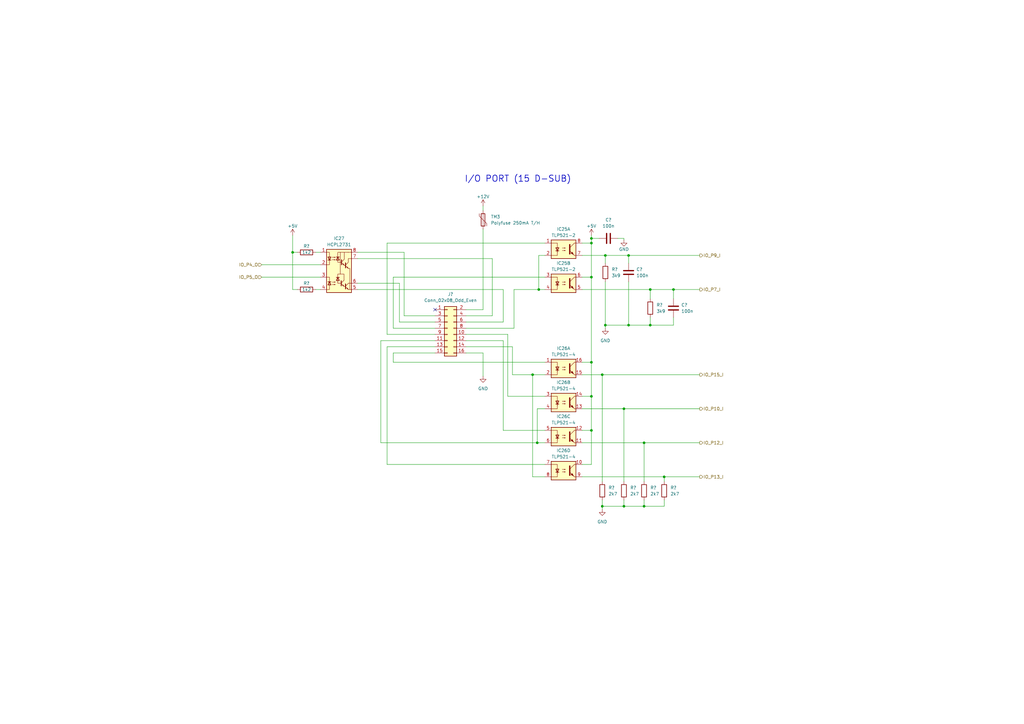
<source format=kicad_sch>
(kicad_sch (version 20211123) (generator eeschema)
  (paper "A3")
  (title_block (title "Datatrak Locator Mk.2 - 15-pin I/O port"))
  (lib_symbols
    (symbol "Connector_Generic:Conn_02x08_Odd_Even" (pin_names (offset 1.016) hide)
      (property "Reference" "J" (at 1.27 10.16 0))
      (property "Value" "Conn_02x08_Odd_Even" (at 1.27 -12.7 0))
      (symbol "Conn_02x08_Odd_Even_1_1"
        (rectangle (start -1.27 -10.033) (end 0 -10.287) (stroke (width 0.1524)))
        (rectangle (start -1.27 -7.493) (end 0 -7.747) (stroke (width 0.1524)))
        (rectangle (start -1.27 -4.953) (end 0 -5.207) (stroke (width 0.1524)))
        (rectangle (start -1.27 -2.413) (end 0 -2.667) (stroke (width 0.1524)))
        (rectangle (start -1.27 0.127) (end 0 -0.127) (stroke (width 0.1524)))
        (rectangle (start -1.27 2.667) (end 0 2.413) (stroke (width 0.1524)))
        (rectangle (start -1.27 5.207) (end 0 4.953) (stroke (width 0.1524)))
        (rectangle (start -1.27 7.747) (end 0 7.493) (stroke (width 0.1524)))
        (rectangle (start -1.27 8.89) (end 3.81 -11.43) (stroke (width 0.254)) (fill (type background)))
        (rectangle (start 3.81 -10.033) (end 2.54 -10.287) (stroke (width 0.1524)))
        (rectangle (start 3.81 -7.493) (end 2.54 -7.747) (stroke (width 0.1524)))
        (rectangle (start 3.81 -4.953) (end 2.54 -5.207) (stroke (width 0.1524)))
        (rectangle (start 3.81 -2.413) (end 2.54 -2.667) (stroke (width 0.1524)))
        (rectangle (start 3.81 0.127) (end 2.54 -0.127) (stroke (width 0.1524)))
        (rectangle (start 3.81 2.667) (end 2.54 2.413) (stroke (width 0.1524)))
        (rectangle (start 3.81 5.207) (end 2.54 4.953) (stroke (width 0.1524)))
        (rectangle (start 3.81 7.747) (end 2.54 7.493) (stroke (width 0.1524)))
        (pin passive line (at -5.08 7.62 0) (length 3.81) (name "Pin_1") (number "1"))
        (pin passive line (at 7.62 -2.54 180) (length 3.81) (name "Pin_10") (number "10"))
        (pin passive line (at -5.08 -5.08 0) (length 3.81) (name "Pin_11") (number "11"))
        (pin passive line (at 7.62 -5.08 180) (length 3.81) (name "Pin_12") (number "12"))
        (pin passive line (at -5.08 -7.62 0) (length 3.81) (name "Pin_13") (number "13"))
        (pin passive line (at 7.62 -7.62 180) (length 3.81) (name "Pin_14") (number "14"))
        (pin passive line (at -5.08 -10.16 0) (length 3.81) (name "Pin_15") (number "15"))
        (pin passive line (at 7.62 -10.16 180) (length 3.81) (name "Pin_16") (number "16"))
        (pin passive line (at 7.62 7.62 180) (length 3.81) (name "Pin_2") (number "2"))
        (pin passive line (at -5.08 5.08 0) (length 3.81) (name "Pin_3") (number "3"))
        (pin passive line (at 7.62 5.08 180) (length 3.81) (name "Pin_4") (number "4"))
        (pin passive line (at -5.08 2.54 0) (length 3.81) (name "Pin_5") (number "5"))
        (pin passive line (at 7.62 2.54 180) (length 3.81) (name "Pin_6") (number "6"))
        (pin passive line (at -5.08 0 0) (length 3.81) (name "Pin_7") (number "7"))
        (pin passive line (at 7.62 0 180) (length 3.81) (name "Pin_8") (number "8"))
        (pin passive line (at -5.08 -2.54 0) (length 3.81) (name "Pin_9") (number "9"))
      )
    )
    (symbol "Device:C" (pin_numbers hide) (pin_names (offset 0.254))
      (property "Reference" "C" (at 0.635 2.54 0))
      (property "Value" "C" (at 0.635 -2.54 0))
      (symbol "C_0_1"
        (polyline (pts (xy -2.032 -0.762) (xy 2.032 -0.762)) (stroke (width 0.508)))
        (polyline (pts (xy -2.032 0.762) (xy 2.032 0.762)) (stroke (width 0.508)))
      )
      (symbol "C_1_1"
        (pin passive line (at 0 3.81 270) (length 2.794) (name "~") (number "1"))
        (pin passive line (at 0 -3.81 90) (length 2.794) (name "~") (number "2"))
      )
    )
    (symbol "Device:Polyfuse" (pin_numbers hide) (pin_names (offset 0))
      (property "Reference" "F" (at -2.54 0 90))
      (property "Value" "Polyfuse" (at 2.54 0 90))
      (symbol "Polyfuse_0_1"
        (rectangle (start -0.762 2.54) (end 0.762 -2.54) (stroke (width 0.254)))
        (polyline (pts (xy 0 2.54) (xy 0 -2.54)))
        (polyline (pts (xy -1.524 2.54) (xy -1.524 1.524) (xy 1.524 -1.524) (xy 1.524 -2.54)))
      )
      (symbol "Polyfuse_1_1"
        (pin passive line (at 0 3.81 270) (length 1.27) (name "~") (number "1"))
        (pin passive line (at 0 -3.81 90) (length 1.27) (name "~") (number "2"))
      )
    )
    (symbol "Device:R" (pin_numbers hide) (pin_names (offset 0))
      (property "Reference" "R" (at 2.032 0 90))
      (property "Value" "R" (at 0 0 90))
      (symbol "R_0_1"
        (rectangle (start -1.016 -2.54) (end 1.016 2.54) (stroke (width 0.254)))
      )
      (symbol "R_1_1"
        (pin passive line (at 0 3.81 270) (length 1.27) (name "~") (number "1"))
        (pin passive line (at 0 -3.81 90) (length 1.27) (name "~") (number "2"))
      )
    )
    (symbol "Isolator:HCPL2731" (pin_names (offset 0.762) hide)
      (property "Reference" "U" (at -5.08 10.16 0))
      (property "Value" "HCPL2731" (at -5.08 -10.16 0))
      (symbol "HCPL2731_0_1"
        (rectangle (start -5.08 8.89) (end 5.08 -8.89) (stroke (width 0.254)) (fill (type background)))
        (polyline (pts (xy -4.572 -4.445) (xy -3.302 -4.445)) (stroke (width 0.254)))
        (polyline (pts (xy -4.572 4.445) (xy -3.302 4.445)) (stroke (width 0.254)))
        (polyline (pts (xy -0.508 -4.572) (xy -0.508 -3.937)))
        (polyline (pts (xy 0.127 -2.667) (xy -1.143 -2.667)) (stroke (width 0.254)))
        (polyline (pts (xy 0.127 5.715) (xy -1.143 5.715)) (stroke (width 0.254)))
        (polyline (pts (xy 0.889 -5.207) (xy 2.032 -6.35)))
        (polyline (pts (xy 0.889 -4.953) (xy 2.032 -3.81)))
        (polyline (pts (xy 1.016 3.429) (xy 2.159 2.286)))
        (polyline (pts (xy 1.016 3.683) (xy 2.159 4.826)))
        (polyline (pts (xy 2.032 -6.35) (xy 2.54 -6.35)))
        (polyline (pts (xy 2.159 2.286) (xy 2.667 2.286)))
        (polyline (pts (xy 2.159 4.826) (xy 2.159 6.096)))
        (polyline (pts (xy 2.159 6.096) (xy 2.159 7.62)))
        (polyline (pts (xy 2.667 -6.477) (xy 3.81 -7.62)))
        (polyline (pts (xy 2.667 -6.223) (xy 3.81 -5.08)))
        (polyline (pts (xy 2.667 2.159) (xy 3.81 1.016)))
        (polyline (pts (xy 2.667 2.413) (xy 3.81 3.556)))
        (polyline (pts (xy 3.683 7.62) (xy 5.08 7.62)))
        (polyline (pts (xy 3.81 -7.62) (xy 5.08 -7.62)))
        (polyline (pts (xy 3.81 -5.08) (xy 5.08 -5.08)))
        (polyline (pts (xy 3.81 1.016) (xy 4.445 1.016)))
        (polyline (pts (xy 4.445 -7.62) (xy 4.445 1.016)))
        (polyline (pts (xy -0.508 -4.572) (xy -0.508 -5.08) (xy 0.762 -5.08)))
        (polyline (pts (xy -0.508 4.445) (xy -0.508 7.62) (xy 3.81 7.62)))
        (polyline (pts (xy -0.508 4.572) (xy -0.508 3.556) (xy 1.016 3.556)))
        (polyline (pts (xy 0.508 -1.27) (xy 2.032 -1.27) (xy 2.032 -3.81)))
        (polyline (pts (xy 0.889 -4.064) (xy 0.889 -6.096) (xy 0.889 -6.096)) (stroke (width 0.3556)))
        (polyline (pts (xy 1.016 4.572) (xy 1.016 2.54) (xy 1.016 2.54)) (stroke (width 0.3556)))
        (polyline (pts (xy 2.667 -5.334) (xy 2.667 -7.366) (xy 2.667 -7.366)) (stroke (width 0.3556)))
        (polyline (pts (xy 2.667 3.302) (xy 2.667 1.27) (xy 2.667 1.27)) (stroke (width 0.3556)))
        (polyline (pts (xy 3.81 3.683) (xy 3.81 5.08) (xy 5.08 5.08)))
        (polyline (pts (xy -5.08 -2.54) (xy -3.937 -2.54) (xy -3.937 -7.62) (xy -5.08 -7.62)))
        (polyline (pts (xy -5.08 7.62) (xy -3.937 7.62) (xy -3.937 2.54) (xy -5.08 2.54)))
        (polyline (pts (xy -3.937 -4.445) (xy -4.572 -5.715) (xy -3.302 -5.715) (xy -3.937 -4.445)) (stroke (width 0.254)))
        (polyline (pts (xy -3.937 4.445) (xy -4.572 5.715) (xy -3.302 5.715) (xy -3.937 4.445)) (stroke (width 0.254)))
        (polyline (pts (xy -0.508 -3.937) (xy -0.508 -1.27) (xy 0.508 -1.27) (xy 0.508 7.62)))
        (polyline (pts (xy -0.508 -2.667) (xy 0.127 -3.937) (xy -1.143 -3.937) (xy -0.508 -2.667)) (stroke (width 0.254)))
        (polyline (pts (xy -0.508 5.715) (xy 0.127 4.445) (xy -1.143 4.445) (xy -0.508 5.715)) (stroke (width 0.254)))
        (polyline (pts (xy 1.905 -6.223) (xy 1.651 -5.715) (xy 1.397 -5.969) (xy 1.905 -6.223)))
        (polyline (pts (xy 2.032 2.413) (xy 1.778 2.921) (xy 1.524 2.667) (xy 2.032 2.413)))
        (polyline (pts (xy 3.683 -7.493) (xy 3.429 -6.985) (xy 3.175 -7.239) (xy 3.683 -7.493)))
        (polyline (pts (xy 3.683 1.143) (xy 3.429 1.651) (xy 3.175 1.397) (xy 3.683 1.143)))
        (polyline (pts (xy -2.794 -5.588) (xy -1.524 -5.588) (xy -1.905 -5.715) (xy -1.905 -5.461) (xy -1.524 -5.588)))
        (polyline (pts (xy -2.794 -4.572) (xy -1.524 -4.572) (xy -1.905 -4.699) (xy -1.905 -4.445) (xy -1.524 -4.572)))
        (polyline (pts (xy -2.794 4.572) (xy -1.524 4.572) (xy -1.905 4.445) (xy -1.905 4.699) (xy -1.524 4.572)))
        (polyline (pts (xy -2.794 5.588) (xy -1.524 5.588) (xy -1.905 5.461) (xy -1.905 5.715) (xy -1.524 5.588)))
      )
      (symbol "HCPL2731_1_1"
        (pin passive line (at -7.62 7.62 0) (length 2.54) (name "A1") (number "1"))
        (pin passive line (at -7.62 2.54 0) (length 2.54) (name "C1") (number "2"))
        (pin passive line (at -7.62 -2.54 0) (length 2.54) (name "C2") (number "3"))
        (pin passive line (at -7.62 -7.62 0) (length 2.54) (name "A2") (number "4"))
        (pin passive line (at 7.62 -7.62 180) (length 2.54) (name "GND") (number "5"))
        (pin passive line (at 7.62 -5.08 180) (length 2.54) (name "VO2") (number "6"))
        (pin passive line (at 7.62 5.08 180) (length 2.54) (name "VO1") (number "7"))
        (pin passive line (at 7.62 7.62 180) (length 2.54) (name "VCC") (number "8"))
      )
    )
    (symbol "Isolator:PC827" (pin_names (offset 1.016))
      (property "Reference" "U" (at -5.08 5.08 0))
      (property "Value" "PC827" (at 0 5.08 0))
      (symbol "PC827_0_1"
        (rectangle (start -5.08 3.81) (end 5.08 -3.81) (stroke (width 0.254)) (fill (type background)))
        (polyline (pts (xy -3.175 -0.635) (xy -1.905 -0.635)) (stroke (width 0.254)))
        (polyline (pts (xy 2.54 0.635) (xy 4.445 2.54)))
        (polyline (pts (xy 4.445 -2.54) (xy 2.54 -0.635)) (fill (type outline)))
        (polyline (pts (xy 4.445 -2.54) (xy 5.08 -2.54)))
        (polyline (pts (xy 4.445 2.54) (xy 5.08 2.54)))
        (polyline (pts (xy -2.54 -0.635) (xy -2.54 -2.54) (xy -5.08 -2.54)))
        (polyline (pts (xy 2.54 1.905) (xy 2.54 -1.905) (xy 2.54 -1.905)) (stroke (width 0.508)))
        (polyline (pts (xy -5.08 2.54) (xy -2.54 2.54) (xy -2.54 -1.27) (xy -2.54 0.635)))
        (polyline (pts (xy -2.54 -0.635) (xy -3.175 0.635) (xy -1.905 0.635) (xy -2.54 -0.635)) (stroke (width 0.254)))
        (polyline (pts (xy -0.508 -0.508) (xy 0.762 -0.508) (xy 0.381 -0.635) (xy 0.381 -0.381) (xy 0.762 -0.508)))
        (polyline (pts (xy -0.508 0.508) (xy 0.762 0.508) (xy 0.381 0.381) (xy 0.381 0.635) (xy 0.762 0.508)))
        (polyline (pts (xy 3.048 -1.651) (xy 3.556 -1.143) (xy 4.064 -2.159) (xy 3.048 -1.651) (xy 3.048 -1.651)) (fill (type outline)))
      )
      (symbol "PC827_1_1"
        (pin passive line (at -7.62 2.54 0) (length 2.54) (name "~") (number "1"))
        (pin passive line (at -7.62 -2.54 0) (length 2.54) (name "~") (number "2"))
        (pin passive line (at 7.62 -2.54 180) (length 2.54) (name "~") (number "7"))
        (pin passive line (at 7.62 2.54 180) (length 2.54) (name "~") (number "8"))
      )
      (symbol "PC827_2_1"
        (pin passive line (at -7.62 2.54 0) (length 2.54) (name "~") (number "3"))
        (pin passive line (at -7.62 -2.54 0) (length 2.54) (name "~") (number "4"))
        (pin passive line (at 7.62 -2.54 180) (length 2.54) (name "~") (number "5"))
        (pin passive line (at 7.62 2.54 180) (length 2.54) (name "~") (number "6"))
      )
    )
    (symbol "Isolator:PC847" (pin_names (offset 1.016))
      (property "Reference" "U" (at -5.08 5.08 0))
      (property "Value" "PC847" (at 0 5.08 0))
      (symbol "PC847_0_1"
        (rectangle (start -5.08 3.81) (end 5.08 -3.81) (stroke (width 0.254)) (fill (type background)))
        (polyline (pts (xy -3.175 -0.635) (xy -1.905 -0.635)) (stroke (width 0.254)))
        (polyline (pts (xy 2.54 0.635) (xy 4.445 2.54)))
        (polyline (pts (xy 4.445 -2.54) (xy 2.54 -0.635)) (fill (type outline)))
        (polyline (pts (xy 4.445 -2.54) (xy 5.08 -2.54)))
        (polyline (pts (xy 4.445 2.54) (xy 5.08 2.54)))
        (polyline (pts (xy -2.54 -0.635) (xy -2.54 -2.54) (xy -5.08 -2.54)))
        (polyline (pts (xy 2.54 1.905) (xy 2.54 -1.905) (xy 2.54 -1.905)) (stroke (width 0.508)))
        (polyline (pts (xy -5.08 2.54) (xy -2.54 2.54) (xy -2.54 -1.27) (xy -2.54 0.635)))
        (polyline (pts (xy -2.54 -0.635) (xy -3.175 0.635) (xy -1.905 0.635) (xy -2.54 -0.635)) (stroke (width 0.254)))
        (polyline (pts (xy -0.508 -0.508) (xy 0.762 -0.508) (xy 0.381 -0.635) (xy 0.381 -0.381) (xy 0.762 -0.508)))
        (polyline (pts (xy -0.508 0.508) (xy 0.762 0.508) (xy 0.381 0.381) (xy 0.381 0.635) (xy 0.762 0.508)))
        (polyline (pts (xy 3.048 -1.651) (xy 3.556 -1.143) (xy 4.064 -2.159) (xy 3.048 -1.651) (xy 3.048 -1.651)) (fill (type outline)))
      )
      (symbol "PC847_1_1"
        (pin passive line (at -7.62 2.54 0) (length 2.54) (name "~") (number "1"))
        (pin passive line (at 7.62 -2.54 180) (length 2.54) (name "~") (number "15"))
        (pin passive line (at 7.62 2.54 180) (length 2.54) (name "~") (number "16"))
        (pin passive line (at -7.62 -2.54 0) (length 2.54) (name "~") (number "2"))
      )
      (symbol "PC847_2_1"
        (pin passive line (at 7.62 -2.54 180) (length 2.54) (name "~") (number "13"))
        (pin passive line (at 7.62 2.54 180) (length 2.54) (name "~") (number "14"))
        (pin passive line (at -7.62 2.54 0) (length 2.54) (name "~") (number "3"))
        (pin passive line (at -7.62 -2.54 0) (length 2.54) (name "~") (number "4"))
      )
      (symbol "PC847_3_1"
        (pin passive line (at 7.62 -2.54 180) (length 2.54) (name "~") (number "11"))
        (pin passive line (at 7.62 2.54 180) (length 2.54) (name "~") (number "12"))
        (pin passive line (at -7.62 2.54 0) (length 2.54) (name "~") (number "5"))
        (pin passive line (at -7.62 -2.54 0) (length 2.54) (name "~") (number "6"))
      )
      (symbol "PC847_4_1"
        (pin passive line (at 7.62 2.54 180) (length 2.54) (name "~") (number "10"))
        (pin passive line (at -7.62 2.54 0) (length 2.54) (name "~") (number "7"))
        (pin passive line (at -7.62 -2.54 0) (length 2.54) (name "~") (number "8"))
        (pin passive line (at 7.62 -2.54 180) (length 2.54) (name "~") (number "9"))
      )
    )
    (symbol "power:+12V" (power) (pin_names (offset 0))
      (property "Value" "+12V" (at 0 3.556 0))
      (symbol "+12V_0_1"
        (polyline (pts (xy -0.762 1.27) (xy 0 2.54)))
        (polyline (pts (xy 0 0) (xy 0 2.54)))
        (polyline (pts (xy 0 2.54) (xy 0.762 1.27)))
      )
      (symbol "+12V_1_1"
        (pin power_in line (at 0 0 90) (length 0) hide (name "+12V") (number "1"))
      )
    )
    (symbol "power:+5V" (power) (pin_names (offset 0))
      (property "Value" "+5V" (at 0 3.556 0))
      (symbol "+5V_0_1"
        (polyline (pts (xy -0.762 1.27) (xy 0 2.54)))
        (polyline (pts (xy 0 0) (xy 0 2.54)))
        (polyline (pts (xy 0 2.54) (xy 0.762 1.27)))
      )
      (symbol "+5V_1_1"
        (pin power_in line (at 0 0 90) (length 0) hide (name "+5V") (number "1"))
      )
    )
    (symbol "power:GND" (power) (pin_names (offset 0))
      (property "Value" "GND" (at 0 -3.81 0))
      (symbol "GND_0_1"
        (polyline (pts (xy 0 0) (xy 0 -1.27) (xy 1.27 -1.27) (xy 0 -2.54) (xy -1.27 -1.27) (xy 0 -1.27)))
      )
      (symbol "GND_1_1"
        (pin power_in line (at 0 0 270) (length 0) hide (name "GND") (number "1"))
      )
    )
  )
  (junction (at 248.285 133.35))
  (junction (at 257.81 133.35))
  (junction (at 242.57 113.665))
  (junction (at 255.905 207.645))
  (junction (at 242.57 148.59))
  (junction (at 266.7 118.745))
  (junction (at 257.81 104.775))
  (junction (at 264.16 181.61))
  (junction (at 264.16 207.645))
  (junction (at 242.57 162.56))
  (junction (at 255.905 167.64))
  (junction (at 120.015 103.505))
  (junction (at 276.225 118.745))
  (junction (at 220.345 181.61))
  (junction (at 272.415 195.58))
  (junction (at 247.015 207.645))
  (junction (at 242.57 99.695))
  (junction (at 220.98 118.745))
  (junction (at 242.57 176.53))
  (junction (at 266.7 133.35))
  (junction (at 242.57 97.79))
  (junction (at 248.285 104.775))
  (junction (at 218.44 153.67))
  (junction (at 247.015 153.67))
  (no_connect (at 178.435 127))
  (wire (pts (xy 220.345 167.64) (xy 220.345 181.61)))
  (wire (pts (xy 223.52 162.56) (xy 208.28 162.56)))
  (wire (pts (xy 156.21 139.7) (xy 156.21 181.61)))
  (wire (pts (xy 238.76 104.775) (xy 248.285 104.775)))
  (wire (pts (xy 218.44 153.67) (xy 223.52 153.67)))
  (wire (pts (xy 120.015 96.52) (xy 120.015 103.505)))
  (wire (pts (xy 266.7 133.35) (xy 276.225 133.35)))
  (wire (pts (xy 191.135 134.62) (xy 210.82 134.62)))
  (wire (pts (xy 218.44 195.58) (xy 218.44 153.67)))
  (wire (pts (xy 161.29 148.59) (xy 161.29 144.78)))
  (wire (pts (xy 255.905 207.645) (xy 247.015 207.645)))
  (wire (pts (xy 210.185 153.67) (xy 210.185 142.24)))
  (wire (pts (xy 255.905 167.64) (xy 287.02 167.64)))
  (wire (pts (xy 242.57 162.56) (xy 238.76 162.56)))
  (wire (pts (xy 129.54 118.745) (xy 131.445 118.745)))
  (wire (pts (xy 191.135 127) (xy 198.12 127)))
  (wire (pts (xy 146.685 106.045) (xy 201.93 106.045)))
  (wire (pts (xy 242.57 97.79) (xy 245.745 97.79)))
  (wire (pts (xy 242.57 176.53) (xy 242.57 162.56)))
  (wire (pts (xy 158.75 190.5) (xy 158.75 142.24)))
  (wire (pts (xy 223.52 118.745) (xy 220.98 118.745)))
  (wire (pts (xy 255.905 197.485) (xy 255.905 167.64)))
  (wire (pts (xy 266.7 133.35) (xy 266.7 130.175)))
  (wire (pts (xy 242.57 96.52) (xy 242.57 97.79)))
  (wire (pts (xy 247.015 197.485) (xy 247.015 153.67)))
  (wire (pts (xy 257.81 104.775) (xy 257.81 107.95)))
  (wire (pts (xy 242.57 97.79) (xy 242.57 99.695)))
  (wire (pts (xy 120.015 118.745) (xy 121.92 118.745)))
  (wire (pts (xy 242.57 99.695) (xy 238.76 99.695)))
  (wire (pts (xy 238.76 190.5) (xy 242.57 190.5)))
  (wire (pts (xy 247.015 153.67) (xy 238.76 153.67)))
  (wire (pts (xy 264.16 181.61) (xy 287.02 181.61)))
  (wire (pts (xy 208.28 162.56) (xy 208.28 137.16)))
  (wire (pts (xy 146.685 118.745) (xy 206.375 118.745)))
  (wire (pts (xy 161.29 113.665) (xy 161.29 134.62)))
  (wire (pts (xy 264.16 207.645) (xy 255.905 207.645)))
  (wire (pts (xy 242.57 148.59) (xy 238.76 148.59)))
  (wire (pts (xy 242.57 190.5) (xy 242.57 176.53)))
  (wire (pts (xy 165.735 129.54) (xy 165.735 103.505)))
  (wire (pts (xy 242.57 176.53) (xy 238.76 176.53)))
  (wire (pts (xy 247.015 207.645) (xy 247.015 208.915)))
  (wire (pts (xy 223.52 167.64) (xy 220.345 167.64)))
  (wire (pts (xy 206.375 118.745) (xy 206.375 132.08)))
  (wire (pts (xy 248.285 133.35) (xy 248.285 134.62)))
  (wire (pts (xy 242.57 113.665) (xy 242.57 148.59)))
  (wire (pts (xy 220.345 181.61) (xy 223.52 181.61)))
  (wire (pts (xy 242.57 162.56) (xy 242.57 148.59)))
  (wire (pts (xy 210.82 134.62) (xy 210.82 118.745)))
  (wire (pts (xy 210.185 142.24) (xy 191.135 142.24)))
  (wire (pts (xy 247.015 153.67) (xy 287.02 153.67)))
  (wire (pts (xy 158.75 99.695) (xy 158.75 137.16)))
  (wire (pts (xy 272.415 205.105) (xy 272.415 207.645)))
  (wire (pts (xy 220.98 118.745) (xy 220.98 104.775)))
  (wire (pts (xy 253.365 97.79) (xy 255.905 97.79)))
  (wire (pts (xy 238.76 118.745) (xy 266.7 118.745)))
  (wire (pts (xy 238.76 195.58) (xy 272.415 195.58)))
  (wire (pts (xy 257.81 133.35) (xy 266.7 133.35)))
  (wire (pts (xy 223.52 148.59) (xy 161.29 148.59)))
  (wire (pts (xy 223.52 190.5) (xy 158.75 190.5)))
  (wire (pts (xy 264.16 197.485) (xy 264.16 181.61)))
  (wire (pts (xy 107.315 113.665) (xy 131.445 113.665)))
  (wire (pts (xy 266.7 118.745) (xy 266.7 122.555)))
  (wire (pts (xy 248.285 104.775) (xy 257.81 104.775)))
  (wire (pts (xy 161.29 134.62) (xy 178.435 134.62)))
  (wire (pts (xy 206.375 132.08) (xy 191.135 132.08)))
  (wire (pts (xy 220.98 118.745) (xy 210.82 118.745)))
  (wire (pts (xy 264.16 181.61) (xy 238.76 181.61)))
  (wire (pts (xy 210.185 153.67) (xy 218.44 153.67)))
  (wire (pts (xy 208.28 137.16) (xy 191.135 137.16)))
  (wire (pts (xy 276.225 118.745) (xy 276.225 122.555)))
  (wire (pts (xy 272.415 207.645) (xy 264.16 207.645)))
  (wire (pts (xy 163.83 116.205) (xy 163.83 132.08)))
  (wire (pts (xy 161.29 144.78) (xy 178.435 144.78)))
  (wire (pts (xy 146.685 116.205) (xy 163.83 116.205)))
  (wire (pts (xy 129.54 103.505) (xy 131.445 103.505)))
  (wire (pts (xy 238.76 113.665) (xy 242.57 113.665)))
  (wire (pts (xy 220.98 104.775) (xy 223.52 104.775)))
  (wire (pts (xy 156.21 181.61) (xy 220.345 181.61)))
  (wire (pts (xy 223.52 113.665) (xy 161.29 113.665)))
  (wire (pts (xy 120.015 103.505) (xy 121.92 103.505)))
  (wire (pts (xy 165.735 103.505) (xy 146.685 103.505)))
  (wire (pts (xy 158.75 142.24) (xy 178.435 142.24)))
  (wire (pts (xy 255.905 97.79) (xy 255.905 98.425)))
  (wire (pts (xy 248.285 133.35) (xy 257.81 133.35)))
  (wire (pts (xy 223.52 176.53) (xy 206.375 176.53)))
  (wire (pts (xy 248.285 115.57) (xy 248.285 133.35)))
  (wire (pts (xy 178.435 129.54) (xy 165.735 129.54)))
  (wire (pts (xy 206.375 176.53) (xy 206.375 139.7)))
  (wire (pts (xy 201.93 129.54) (xy 191.135 129.54)))
  (wire (pts (xy 276.225 133.35) (xy 276.225 130.175)))
  (wire (pts (xy 198.12 93.98) (xy 198.12 127)))
  (wire (pts (xy 242.57 113.665) (xy 242.57 99.695)))
  (wire (pts (xy 264.16 205.105) (xy 264.16 207.645)))
  (wire (pts (xy 272.415 197.485) (xy 272.415 195.58)))
  (wire (pts (xy 107.315 108.585) (xy 131.445 108.585)))
  (wire (pts (xy 255.905 167.64) (xy 238.76 167.64)))
  (wire (pts (xy 247.015 205.105) (xy 247.015 207.645)))
  (wire (pts (xy 255.905 205.105) (xy 255.905 207.645)))
  (wire (pts (xy 266.7 118.745) (xy 276.225 118.745)))
  (wire (pts (xy 223.52 195.58) (xy 218.44 195.58)))
  (wire (pts (xy 272.415 195.58) (xy 287.02 195.58)))
  (wire (pts (xy 223.52 99.695) (xy 158.75 99.695)))
  (wire (pts (xy 248.285 104.775) (xy 248.285 107.95)))
  (wire (pts (xy 163.83 132.08) (xy 178.435 132.08)))
  (wire (pts (xy 206.375 139.7) (xy 191.135 139.7)))
  (wire (pts (xy 178.435 139.7) (xy 156.21 139.7)))
  (wire (pts (xy 198.12 144.78) (xy 191.135 144.78)))
  (wire (pts (xy 120.015 103.505) (xy 120.015 118.745)))
  (wire (pts (xy 257.81 115.57) (xy 257.81 133.35)))
  (wire (pts (xy 198.12 154.305) (xy 198.12 144.78)))
  (wire (pts (xy 276.225 118.745) (xy 287.02 118.745)))
  (wire (pts (xy 198.12 84.455) (xy 198.12 86.36)))
  (wire (pts (xy 201.93 106.045) (xy 201.93 129.54)))
  (wire (pts (xy 158.75 137.16) (xy 178.435 137.16)))
  (wire (pts (xy 257.81 104.775) (xy 287.02 104.775)))
  (text "I/O PORT (15 D-SUB)" (at 190.5 74.93 0) (effects (font (size 2.54 2.54) (thickness 0.254) bold) (justify left bottom)))
  (hierarchical_label "IO_P12_I" (shape output) (at 287.02 181.61 0))
  (hierarchical_label "IO_P10_I" (shape output) (at 287.02 167.64 0))
  (hierarchical_label "IO_P4_O" (shape input) (at 107.315 108.585 180))
  (hierarchical_label "IO_P9_I" (shape output) (at 287.02 104.775 0))
  (hierarchical_label "IO_P15_I" (shape output) (at 287.02 153.67 0))
  (hierarchical_label "IO_P7_I" (shape output) (at 287.02 118.745 0))
  (hierarchical_label "IO_P13_I" (shape output) (at 287.02 195.58 0))
  (hierarchical_label "IO_P5_O" (shape input) (at 107.315 113.665 180))
  (symbol (lib_id "Isolator:PC847") (at 231.14 179.07 0) (unit 3)
    (property "Reference" "IC26" (at 231.14 170.815 0))
    (property "Value" "TLP521-4" (at 231.14 173.355 0))
    (property "Footprint" "Package_DIP:DIP-16_W7.62mm" (effects hide))
    (property "Datasheet" "http://www.soselectronic.cz/a_info/resource/d/pc817.pdf" (effects hide))
  )
  (symbol (lib_id "Device:C") (at 276.225 126.365 0) (unit 1)
    (property "Reference" "C?" (at 279.4 125.0949 0) (effects (justify left)))
    (property "Value" "100n" (at 279.4 127.6349 0) (effects (justify left)))
  )
  (symbol (lib_id "Device:R") (at 247.015 201.295 0) (unit 1)
    (property "Reference" "R?" (at 249.555 200.0249 0) (effects (justify left)))
    (property "Value" "2k7" (at 249.555 202.5649 0) (effects (justify left)))
  )
  (symbol (lib_id "power:GND") (at 248.285 134.62 0) (unit 1)
    (property "Reference" "#PWR0148" (effects hide))
    (property "Value" "GND" (at 248.285 139.7 0))
  )
  (symbol (lib_id "Device:R") (at 264.16 201.295 0) (unit 1)
    (property "Reference" "R?" (at 266.7 200.0249 0) (effects (justify left)))
    (property "Value" "2k7" (at 266.7 202.5649 0) (effects (justify left)))
  )
  (symbol (lib_id "Device:C") (at 249.555 97.79 90) (mirror x) (unit 1)
    (property "Reference" "C?" (at 249.555 90.17 90))
    (property "Value" "100n" (at 249.555 92.71 90))
  )
  (symbol (lib_id "Connector_Generic:Conn_02x08_Odd_Even") (at 183.515 134.62 0) (unit 1)
    (property "Reference" "J?" (at 184.785 120.65 0))
    (property "Value" "Conn_02x08_Odd_Even" (at 184.785 123.19 0))
  )
  (symbol (lib_id "Device:R") (at 125.73 103.505 90) (unit 1)
    (property "Reference" "R?" (at 125.73 100.965 90))
    (property "Value" "1k2" (at 125.73 103.505 90))
  )
  (symbol (lib_id "Isolator:PC847") (at 231.14 193.04 0) (unit 4)
    (property "Reference" "IC26" (at 231.14 184.785 0))
    (property "Value" "TLP521-4" (at 231.14 187.325 0))
    (property "Footprint" "Package_DIP:DIP-16_W7.62mm" (effects hide))
    (property "Datasheet" "http://www.soselectronic.cz/a_info/resource/d/pc817.pdf" (effects hide))
  )
  (symbol (lib_id "Isolator:PC827") (at 231.14 116.205 0) (unit 2)
    (property "Reference" "IC25" (at 231.14 107.95 0))
    (property "Value" "TLP521-2" (at 231.14 110.49 0))
    (property "Footprint" "Package_DIP:DIP-8_W7.62mm" (effects hide))
    (property "Datasheet" "http://optoelectronics.liteon.com/upload/download/DS-70-96-0016/LTV-8X7%20series.PDF" (effects hide))
  )
  (symbol (lib_id "Isolator:HCPL2731") (at 139.065 111.125 0) (unit 1)
    (property "Reference" "IC27" (at 139.065 97.79 0))
    (property "Value" "HCPL2731" (at 139.065 100.33 0))
    (property "Datasheet" "http://www.onsemi.com/pub/Collateral/HCPL2731-D.pdf" (effects hide))
  )
  (symbol (lib_id "Device:C") (at 257.81 111.76 0) (unit 1)
    (property "Reference" "C?" (at 260.985 110.4899 0) (effects (justify left)))
    (property "Value" "100n" (at 260.985 113.0299 0) (effects (justify left)))
  )
  (symbol (lib_id "Isolator:PC847") (at 231.14 165.1 0) (unit 2)
    (property "Reference" "IC26" (at 231.14 156.845 0))
    (property "Value" "TLP521-4" (at 231.14 159.385 0))
    (property "Footprint" "Package_DIP:DIP-16_W7.62mm" (effects hide))
    (property "Datasheet" "http://www.soselectronic.cz/a_info/resource/d/pc817.pdf" (effects hide))
  )
  (symbol (lib_id "Device:R") (at 248.285 111.76 0) (unit 1)
    (property "Reference" "R?" (at 250.825 110.4899 0) (effects (justify left)))
    (property "Value" "3k9" (at 250.825 113.0299 0) (effects (justify left)))
  )
  (symbol (lib_id "Device:R") (at 272.415 201.295 0) (unit 1)
    (property "Reference" "R?" (at 274.955 200.0249 0) (effects (justify left)))
    (property "Value" "2k7" (at 274.955 202.5649 0) (effects (justify left)))
  )
  (symbol (lib_id "Device:R") (at 125.73 118.745 90) (unit 1)
    (property "Reference" "R?" (at 125.73 116.205 90))
    (property "Value" "1k2" (at 125.73 118.745 90))
  )
  (symbol (lib_id "Device:R") (at 266.7 126.365 0) (unit 1)
    (property "Reference" "R?" (at 269.24 125.0949 0) (effects (justify left)))
    (property "Value" "3k9" (at 269.24 127.6349 0) (effects (justify left)))
  )
  (symbol (lib_id "Device:R") (at 255.905 201.295 0) (unit 1)
    (property "Reference" "R?" (at 258.445 200.0249 0) (effects (justify left)))
    (property "Value" "2k7" (at 258.445 202.5649 0) (effects (justify left)))
  )
  (symbol (lib_id "power:GND") (at 255.905 98.425 0) (unit 1)
    (property "Reference" "#PWR0146" (effects hide))
    (property "Value" "GND" (at 255.905 102.235 0))
  )
  (symbol (lib_id "Isolator:PC827") (at 231.14 102.235 0) (unit 1)
    (property "Reference" "IC25" (at 231.14 93.98 0))
    (property "Value" "TLP521-2" (at 231.14 96.52 0))
    (property "Footprint" "Package_DIP:DIP-8_W7.62mm" (effects hide))
    (property "Datasheet" "http://optoelectronics.liteon.com/upload/download/DS-70-96-0016/LTV-8X7%20series.PDF" (effects hide))
  )
  (symbol (lib_id "power:+12V") (at 198.12 84.455 0) (unit 1)
    (property "Reference" "#PWR0210" (effects hide))
    (property "Value" "+12V" (at 198.12 80.645 0))
  )
  (symbol (lib_id "power:+5V") (at 120.015 96.52 0) (unit 1)
    (property "Reference" "#PWR0142" (effects hide))
    (property "Value" "+5V" (at 120.015 92.71 0))
  )
  (symbol (lib_id "power:GND") (at 198.12 154.305 0) (unit 1)
    (property "Reference" "#PWR0144" (effects hide))
    (property "Value" "GND" (at 198.12 159.385 0))
  )
  (symbol (lib_id "power:GND") (at 247.015 208.915 0) (unit 1)
    (property "Reference" "#PWR0147" (effects hide))
    (property "Value" "GND" (at 247.015 213.995 0))
  )
  (symbol (lib_id "Isolator:PC847") (at 231.14 151.13 0) (unit 1)
    (property "Reference" "IC26" (at 231.14 142.875 0))
    (property "Value" "TLP521-4" (at 231.14 145.415 0))
    (property "Footprint" "Package_DIP:DIP-16_W7.62mm" (effects hide))
    (property "Datasheet" "http://www.soselectronic.cz/a_info/resource/d/pc817.pdf" (effects hide))
  )
  (symbol (lib_id "power:+5V") (at 242.57 96.52 0) (unit 1)
    (property "Reference" "#PWR0145" (effects hide))
    (property "Value" "+5V" (at 242.57 92.71 0))
  )
  (symbol (lib_id "Device:Polyfuse") (at 198.12 90.17 0) (unit 1)
    (property "Reference" "TM3" (at 201.295 88.8999 0) (effects (justify left)))
    (property "Value" "Polyfuse 250mA T/H" (at 201.295 91.4399 0) (effects (justify left)))
  )
)
</source>
